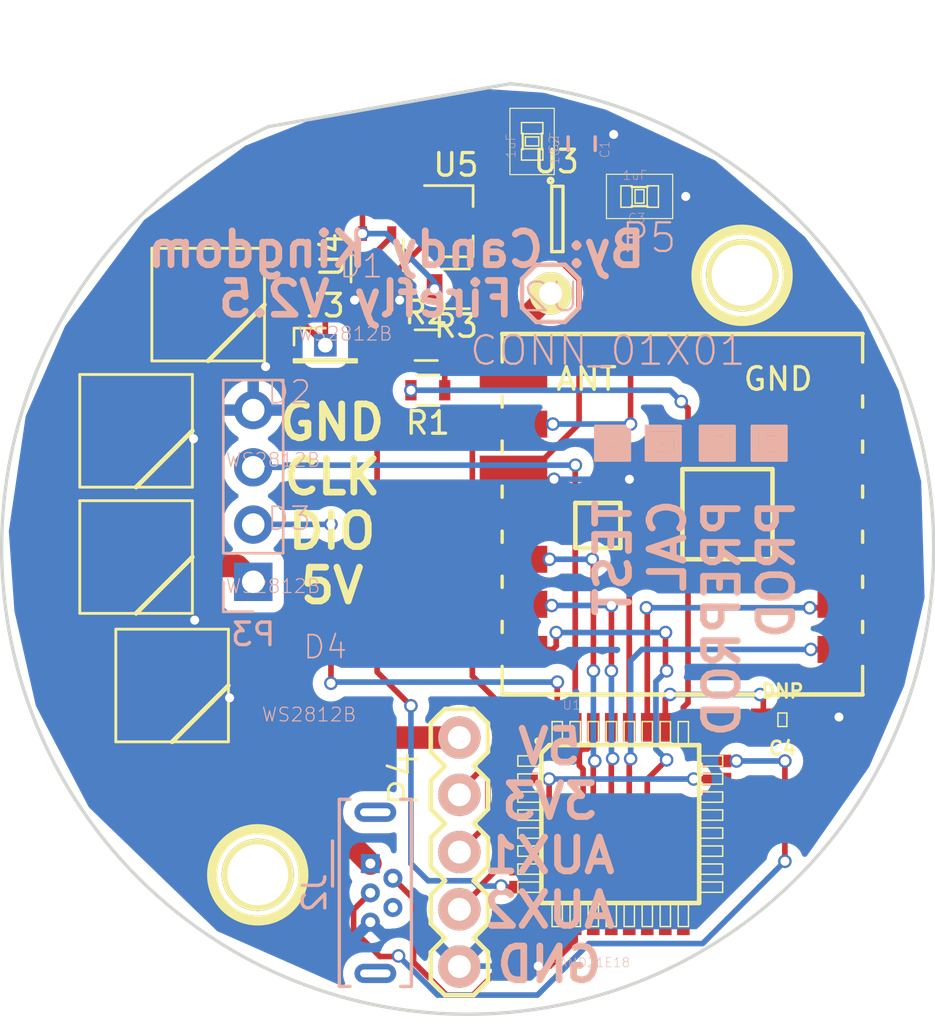
<source format=kicad_pcb>
(kicad_pcb (version 20221018) (generator pcbnew)
  (layers (0 "F.Cu" signal) (31 "B.Cu" signal) (34 "B.Paste" user) (35 "F.Paste" user) (36 "B.SilkS" user "B.Silkscreen") (37 "F.SilkS" user "F.Silkscreen") (38 "B.Mask" user) (39 "F.Mask" user) (44 "Edge.Cuts" user))
  (net 0 "")
  (net 1 "GND")
  (net 2 "+5V")
  (net 3 "+3V3")
  (net 4 "Net-(D1-Pad2)")
  (net 5 "Net-(D2-Pad2)")
  (net 6 "Net-(D3-Pad2)")
  (net 7 "ARM_SWDIO")
  (net 8 "ARM_SWCLK")
  (net 9 "AUX1")
  (net 10 "AUX2")
  (net 11 "ANTENNA")
  (net 12 "LED_INTERNAL")
  (net 13 "RADIO_MISO")
  (net 14 "RADIO_MOSI")
  (net 15 "RADIO_SCK")
  (net 16 "USB_D-")
  (net 17 "RADIO_DIO0")
  (net 18 "RADIO_NSS")
  (net 19 "USB_D+")
  (net 20 "Net-(U2-Pad4)")
  (net 21 "Net-(U2-Pad10)")
  (net 22 "Net-(U2-Pad11)")
  (net 23 "Net-(U2-Pad12)")
  (net 24 "Net-(U2-Pad13)")
  (net 25 "Net-(U3-Pad4)")
  (net 26 "Net-(J2-Pad4)")
  (net 27 "Net-(U1-Pad3)")
  (net 28 "Net-(U1-Pad4)")
  (net 29 "Net-(U1-Pad5)")
  (net 30 "Net-(U1-Pad6)")
  (net 31 "Net-(U1-Pad7)")
  (net 32 "Net-(U1-Pad15)")
  (net 33 "Net-(U1-Pad16)")
  (net 34 "Net-(U1-Pad17)")
  (net 35 "Net-(U1-Pad18)")
  (net 36 "Net-(U1-Pad19)")
  (net 37 "Net-(U1-Pad20)")
  (net 38 "Net-(U1-Pad21)")
  (net 39 "Net-(U1-Pad22)")
  (net 40 "Net-(U1-Pad29)")
  (net 41 "Net-(C4-Pad2)")
  (net 42 "Net-(D1-Pad4)")
  (net 43 "Net-(D4-Pad2)")
  (net 44 "Net-(R1-Pad1)")
  (net 45 "POWER_EATER")
  (net 46 "Net-(R3-Pad1)")
  (footprint "SparkFun-Capacitors:0805" (layer "F.Cu") (at 165.07792 45.559766 -90)
    (fp_text reference "C1")
    (fp_text value "10uF")
  )
  (footprint "SparkFun-Capacitors:0603" (layer "F.Cu") (at 162.87792 45.459766 -90)
    (fp_text reference "C2")
    (fp_text value "1uF")
  )
  (footprint "SparkFun-Capacitors:0603" (layer "F.Cu") (at 167.64836 47.9 180)
    (fp_text reference "C3")
    (fp_text value "1uF")
  )
  (footprint "SparkFun-Connectors:1X01" (layer "F.Cu") (at 163.7 52.2)
    (fp_text reference "P5")
    (fp_text value "CONN_01X01")
  )
  (footprint "TO_SOT_Packages_SMD:SOT-23-5" (layer "F.Cu") (at 164 48.9)
    (fp_text reference "U3")
    (fp_text value "MIC5504")
  )
  (footprint "homebrew:hole-m2.5" (layer "F.Cu") (at 150.7 78)
    (fp_text reference "H1")
    (fp_text value "hole")
  )
  (footprint "homebrew:hole-m2.5" (layer "F.Cu") (at 172.2 51.4)
    (fp_text reference "H2")
    (fp_text value "hole")
  )
  (footprint "homebrew:WS2812B" (layer "F.Cu") (at 148.5 52.7)
    (fp_text reference "D1")
    (fp_text value "WS2812B")
  )
  (footprint "homebrew:WS2812B" (layer "F.Cu") (at 145.3 58.3)
    (fp_text reference "D2")
    (fp_text value "WS2812B")
  )
  (footprint "homebrew:WS2812B" (layer "F.Cu") (at 145.3 63.9)
    (fp_text reference "D3")
    (fp_text value "WS2812B")
  )
  (footprint "homebrew:WS2812B" (layer "F.Cu") (at 146.9 69.6)
    (fp_text reference "D4")
    (fp_text value "WS2812B")
  )
  (footprint "Pin_Headers:Pin_Header_Straight_1x01_Pitch1.27mm" (layer "F.Cu") (at 153.7 54.5)
    (fp_text reference "J3")
    (fp_text value "CONN_01X01" hide)
  )
  (footprint "homebrew:RFM69CW" (layer "F.Cu") (at 169.55 62)
    (fp_text reference "U2")
    (fp_text value "RFM69CW" hide)
  )
  (footprint "homebrew:TQFP32-08" (layer "F.Cu") (at 166.7926 75.74878)
    (fp_text reference "U1")
    (fp_text value "SAMD21E18")
  )
  (footprint "SparkFun-Capacitors:0603" (layer "F.Cu") (at 173.99 71.12 180)
    (fp_text reference "C4")
    (fp_text value "DNP")
  )
  (footprint "TO_SOT_Packages_SMD:SOT-353_SC-70-5" (layer "F.Cu") (at 156 50.5 90)
    (fp_text reference "U4")
    (fp_text value "74LVC1G125")
  )
  (footprint "Resistors_SMD:R_0603" (layer "F.Cu") (at 158.25 56.5 180)
    (fp_text reference "R1")
    (fp_text value "470")
  )
  (footprint "Resistors_SMD:R_0603" (layer "F.Cu") (at 158.178572 54.5)
    (fp_text reference "R2")
    (fp_text value "10k")
  )
  (footprint "Resistors_SMD:R_0805" (layer "F.Cu") (at 159.5 52 180)
    (fp_text reference "R3")
    (fp_text value "20")
  )
  (footprint "TO_SOT_Packages_SMD:SOT-23" (layer "F.Cu") (at 159.5 49)
    (fp_text reference "U5")
    (fp_text value "MOSFET")
  )
  (footprint "SparkFun-Connectors:1X05" (layer "B.Cu") (at 159.65 71.91 -90)
    (fp_text reference "P4")
    (fp_text value "CONN_01X05" hide)
  )
  (footprint "Connector_USB:USB_Micro-B_Wuerth-614105150721_Vertical" (layer "B.Cu") (at 155.7 77.5 -90)
    (fp_text reference "J2")
    (fp_text value "614105150721")
  )
  (footprint "Pin_Headers:Pin_Header_Straight_1x04_Pitch2.54mm" (layer "B.Cu") (at 150.5 65)
    (fp_text reference "P3")
    (fp_text value "CONN_01X04")
  )
  (gr_line (start 173 59.3) (end 173.85 59.3) (stroke (width 0.15)) (layer "B.SilkS"))
  (gr_line (start 171.45 58.45) (end 170.95 58.45) (stroke (width 0.15)) (layer "B.SilkS"))
  (gr_line (start 173.85 58.45) (end 173.15 58.45) (stroke (width 0.15)) (layer "B.SilkS"))
  (gr_line (start 169.45 59.6) (end 169.45 58.1) (stroke (width 0.15)) (layer "B.SilkS"))
  (gr_line (start 172.75 59.5) (end 174.05 59.5) (stroke (width 0.15)) (layer "B.SilkS"))
  (gr_line (start 170.35 58.1) (end 170.35 59.6) (stroke (width 0.15)) (layer "B.SilkS"))
  (gr_line (start 169 58.6) (end 169 59.15) (stroke (width 0.15)) (layer "B.SilkS"))
  (gr_line (start 167.95 59.6) (end 169.45 59.6) (stroke (width 0.15)) (layer "B.SilkS"))
  (gr_line (start 167.1 58.25) (end 167.1 59.5) (stroke (width 0.15)) (layer "B.SilkS"))
  (gr_line (start 173.35 58.7) (end 173.35 58.9) (stroke (width 0.15)) (layer "B.SilkS"))
  (gr_line (start 171.85 58.1) (end 170.35 58.1) (stroke (width 0.15)) (layer "B.SilkS"))
  (gr_line (start 171.05 58.85) (end 171.15 58.85) (stroke (width 0.15)) (layer "B.SilkS"))
  (gr_line (start 166.7 59.05) (end 166.7 59.1) (stroke (width 0.15)) (layer "B.SilkS"))
  (gr_line (start 166.7 58.65) (end 166.7 59.05) (stroke (width 0.15)) (layer "B.SilkS"))
  (gr_line (start 172.75 58.2) (end 172.75 59.5) (stroke (width 0.15)) (layer "B.SilkS"))
  (gr_line (start 170.95 59) (end 171.25 59) (stroke (width 0.15)) (layer "B.SilkS"))
  (gr_line (start 165.8 58.25) (end 167.1 58.25) (stroke (width 0.15)) (layer "B.SilkS"))
  (gr_line (start 173.15 58.45) (end 173.15 59.15) (stroke (width 0.15)) (layer "B.SilkS"))
  (gr_line (start 173.65 59.05) (end 173.65 58.7) (stroke (width 0.15)) (layer "B.SilkS"))
  (gr_line (start 165.7 58.1) (end 165.7 59.6) (stroke (width 0.15)) (layer "B.SilkS"))
  (gr_line (start 173.25 59) (end 173.25 59.05) (stroke (width 0.15)) (layer "B.SilkS"))
  (gr_line (start 166.9 59.3) (end 166 59.3) (stroke (width 0.15)) (layer "B.SilkS"))
  (gr_line (start 165.7 59.6) (end 167.2 59.6) (stroke (width 0.15)) (layer "B.SilkS"))
  (gr_line (start 169.25 59.4) (end 168.15 59.4) (stroke (width 0.15)) (layer "B.SilkS"))
  (gr_line (start 174.05 58.2) (end 172.85 58.2) (stroke (width 0.15)) (layer "B.SilkS"))
  (gr_line (start 173.85 59.3) (end 173.85 58.45) (stroke (width 0.15)) (layer "B.SilkS"))
  (gr_line (start 166.9 58.45) (end 166.9 59.3) (stroke (width 0.15)) (layer "B.SilkS"))
  (gr_line (start 168.1 58.25) (end 169.35 58.25) (stroke (width 0.15)) (layer "B.SilkS"))
  (gr_line (start 166.6 58.95) (end 166.3 58.95) (stroke (width 0.15)) (layer "B.SilkS"))
  (gr_line (start 169.05 59.3) (end 168.25 59.3) (stroke (width 0.15)) (layer "B.SilkS"))
  (gr_line (start 174.05 59.5) (end 174.05 58.2) (stroke (width 0.15)) (layer "B.SilkS"))
  (gr_line (start 166.1 59.2) (end 166.1 58.65) (stroke (width 0.15)) (layer "B.SilkS"))
  (gr_line (start 170.95 58.45) (end 170.85 58.45) (stroke (width 0.15)) (layer "B.SilkS"))
  (gr_line (start 171.55 59.3) (end 171.55 58.4) (stroke (width 0.15)) (layer "B.SilkS"))
  (gr_line (start 169 59.15) (end 168.35 59.15) (stroke (width 0.15)) (layer "B.SilkS"))
  (gr_line (start 174.15 58.1) (end 172.65 58.1) (stroke (width 0.15)) (layer "B.SilkS"))
  (gr_line (start 168.45 59.05) (end 168.45 58.8) (stroke (width 0.15)) (layer "B.SilkS"))
  (gr_line (start 167.1 59.5) (end 165.8 59.5) (stroke (width 0.15)) (layer "B.SilkS"))
  (gr_line (start 166.1 58.65) (end 166.7 58.65) (stroke (width 0.15)) (layer "B.SilkS"))
  (gr_line (start 166.8 59.2) (end 166.1 59.2) (stroke (width 0.15)) (layer "B.SilkS"))
  (gr_line (start 170.45 58.2) (end 170.45 59.5) (stroke (width 0.15)) (layer "B.SilkS"))
  (gr_line (start 167.2 58.1) (end 165.7 58.1) (stroke (width 0.15)) (layer "B.SilkS"))
  (gr_line (start 170.85 59.1) (end 171.35 59.1) (stroke (width 0.15)) (layer "B.SilkS"))
  (gr_line (start 170.65 58.3) (end 170.65 59.3) (stroke (width 0.15)) (layer "B.SilkS"))
  (gr_line (start 170.45 59.5) (end 171.75 59.5) (stroke (width 0.15)) (layer "B.SilkS"))
  (gr_line (start 170.35 59.6) (end 171.85 59.6) (stroke (width 0.15)) (layer "B.SilkS"))
  (gr_line (start 166.8 58.55) (end 166.8 59.2) (stroke (width 0.15)) (layer "B.SilkS"))
  (gr_line (start 165.9 58.45) (end 166.9 58.45) (stroke (width 0.15)) (layer "B.SilkS"))
  (gr_line (start 169.35 58.25) (end 169.35 59.5) (stroke (width 0.15)) (layer "B.SilkS"))
  (gr_line (start 169.1 58.5) (end 169.1 59.25) (stroke (width 0.15)) (layer "B.SilkS"))
  (gr_line (start 170.85 58.45) (end 170.85 59.1) (stroke (width 0.15)) (layer "B.SilkS"))
  (gr_line (start 169.2 58.5) (end 169.1 58.5) (stroke (width 0.15)) (layer "B.SilkS"))
  (gr_line (start 173.25 59.05) (end 173.65 59.05) (stroke (width 0.15)) (layer "B.SilkS"))
  (gr_line (start 168.15 58.5) (end 169.2 58.5) (stroke (width 0.15)) (layer "B.SilkS"))
  (gr_line (start 173.35 58.9) (end 173.35 58.95) (stroke (width 0.15)) (layer "B.SilkS"))
  (gr_line (start 171.65 58.3) (end 170.65 58.3) (stroke (width 0.15)) (layer "B.SilkS"))
  (gr_line (start 171.25 59) (end 171.25 58.7) (stroke (width 0.15)) (layer "B.SilkS"))
  (gr_line (start 168.9 59.05) (end 168.45 59.05) (stroke (width 0.15)) (layer "B.SilkS"))
  (gr_line (start 165.8 59.5) (end 165.8 58.35) (stroke (width 0.15)) (layer "B.SilkS"))
  (gr_line (start 173.1 59.2) (end 173.1 58.3) (stroke (width 0.15)) (layer "B.SilkS"))
  (gr_line (start 173.55 58.8) (end 173.45 58.8) (stroke (width 0.15)) (layer "B.SilkS"))
  (gr_line (start 168.05 59.5) (end 168.05 58.25) (stroke (width 0.15)) (layer "B.SilkS"))
  (gr_line (start 168.8 58.95) (end 168.6 58.95) (stroke (width 0.15)) (layer "B.SilkS"))
  (gr_line (start 173.55 58.95) (end 173.55 58.8) (stroke (width 0.15)) (layer "B.SilkS"))
  (gr_line (start 171.05 58.7) (end 171.05 58.85) (stroke (width 0.15)) (layer "B.SilkS"))
  (gr_line (start 169.15 59.3) (end 169.05 59.25) (stroke (width 0.15)) (layer "B.SilkS"))
  (gr_line (start 166.2 59.1) (end 166.2 58.75) (stroke (width 0.15)) (layer "B.SilkS"))
  (gr_line (start 174.15 59.6) (end 174.15 58.1) (stroke (width 0.15)) (layer "B.SilkS"))
  (gr_line (start 173.25 58.6) (end 173.25 59) (stroke (width 0.15)) (layer "B.SilkS"))
  (gr_line (start 166 59.3) (end 166 58.55) (stroke (width 0.15)) (layer "B.SilkS"))
  (gr_line (start 168.9 58.7) (end 168.9 59.05) (stroke (width 0.15)) (layer "B.SilkS"))
  (gr_line (start 167.95 58.1) (end 167.95 59.6) (stroke (width 0.15)) (layer "B.SilkS"))
  (gr_line (start 172.65 59.6) (end 174.15 59.6) (stroke (width 0.15)) (layer "B.SilkS"))
  (gr_line (start 170.65 59.3) (end 171.55 59.3) (stroke (width 0.15)) (layer "B.SilkS"))
  (gr_line (start 171.35 58.6) (end 170.95 58.6) (stroke (width 0.15)) (layer "B.SilkS"))
  (gr_line (start 171.25 58.7) (end 171.05 58.7) (stroke (width 0.15)) (layer "B.SilkS"))
  (gr_line (start 173.35 58.95) (end 173.55 58.95) (stroke (width 0.15)) (layer "B.SilkS"))
  (gr_line (start 168.05 58.4) (end 169.3 58.4) (stroke (width 0.15)) (layer "B.SilkS"))
  (gr_line (start 173.95 58.3) (end 173 58.3) (stroke (width 0.15)) (layer "B.SilkS"))
  (gr_line (start 169.25 58.4) (end 169.25 59.4) (stroke (width 0.15)) (layer "B.SilkS"))
  (gr_line (start 166.3 58.85) (end 166.5 58.85) (stroke (width 0.15)) (layer "B.SilkS"))
  (gr_line (start 165.9 59.4) (end 165.9 58.45) (stroke (width 0.15)) (layer "B.SilkS"))
  (gr_line (start 172.85 59.4) (end 173.95 59.4) (stroke (width 0.15)) (layer "B.SilkS"))
  (gr_line (start 171.55 58.4) (end 170.75 58.4) (stroke (width 0.15)) (layer "B.SilkS"))
  (gr_line (start 168.15 59.4) (end 168.15 58.5) (stroke (width 0.15)) (layer "B.SilkS"))
  (gr_line (start 168.45 58.8) (end 168.8 58.8) (stroke (width 0.15)) (layer "B.SilkS"))
  (gr_line (start 169.1 59.25) (end 169.15 59.3) (stroke (width 0.15)) (layer "B.SilkS"))
  (gr_line (start 168.6 58.95) (end 168.55 58.9) (stroke (width 0.15)) (layer "B.SilkS"))
  (gr_line (start 170.75 58.4) (end 170.75 59.2) (stroke (width 0.15)) (layer "B.SilkS"))
  (gr_line (start 171.85 59.6) (end 171.85 58.1) (stroke (width 0.15)) (layer "B.SilkS"))
  (gr_line (start 173.45 58.8) (end 173.45 58.9) (stroke (width 0.15)) (layer "B.SilkS"))
  (gr_line (start 173.65 58.7) (end 173.35 58.7) (stroke (width 0.15)) (layer "B.SilkS"))
  (gr_line (start 173.95 59.4) (end 173.95 58.3) (stroke (width 0.15)) (layer "B.SilkS"))
  (gr_line (start 171.45 59.2) (end 171.45 58.45) (stroke (width 0.15)) (layer "B.SilkS"))
  (gr_line (start 166.6 59.1) (end 166.2 59.1) (stroke (width 0.15)) (layer "B.SilkS"))
  (gr_line (start 166.3 58.95) (end 166.3 58.85) (stroke (width 0.15)) (layer "B.SilkS"))
  (gr_line (start 169.35 59.5) (end 168.05 59.5) (stroke (width 0.15)) (layer "B.SilkS"))
  (gr_line (start 173.15 59.15) (end 173.75 59.15) (stroke (width 0.15)) (layer "B.SilkS"))
  (gr_line (start 166.55 58.75) (end 166.6 58.75) (stroke (width 0.15)) (layer "B.SilkS"))
  (gr_line (start 173.45 58.9) (end 173.1 59.2) (stroke (width 0.15)) (layer "B.SilkS"))
  (gr_line (start 170.55 59.4) (end 171.65 59.4) (stroke (width 0.15)) (layer "B.SilkS"))
  (gr_line (start 171.15 58.85) (end 171.15 58.95) (stroke (width 0.15)) (layer "B.SilkS"))
  (gr_line (start 167 58.35) (end 167 59.4) (stroke (width 0.15)) (layer "B.SilkS"))
  (gr_line (start 169.3 58.4) (end 169.25 58.4) (stroke (width 0.15)) (layer "B.SilkS"))
  (gr_line (start 171.75 58.2) (end 170.55 58.2) (stroke (width 0.15)) (layer "B.SilkS"))
  (gr_line (start 166 58.55) (end 166.8 58.55) (stroke (width 0.15)) (layer "B.SilkS"))
  (gr_line (start 166.5 58.85) (end 166.6 58.85) (stroke (width 0.15)) (layer "B.SilkS"))
  (gr_line (start 171.75 59.5) (end 171.75 58.2) (stroke (width 0.15)) (layer "B.SilkS"))
  (gr_line (start 169.45 58.1) (end 167.95 58.1) (stroke (width 0.15)) (layer "B.SilkS"))
  (gr_line (start 168.25 58.6) (end 169 58.6) (stroke (width 0.15)) (layer "B.SilkS"))
  (gr_line (start 169.05 59.25) (end 169.05 59.3) (stroke (width 0.15)) (layer "B.SilkS"))
  (gr_line (start 172.65 58.1) (end 172.65 59.6) (stroke (width 0.15)) (layer "B.SilkS"))
  (gr_line (start 165.8 58.35) (end 167 58.35) (stroke (width 0.15)) (layer "B.SilkS"))
  (gr_line (start 172.85 58.2) (end 172.85 59.4) (stroke (width 0.15)) (layer "B.SilkS"))
  (gr_line (start 170.95 58.6) (end 170.95 59) (stroke (width 0.15)) (layer "B.SilkS"))
  (gr_line (start 166.2 58.75) (end 166.55 58.75) (stroke (width 0.15)) (layer "B.SilkS"))
  (gr_line (start 167 59.4) (end 165.9 59.4) (stroke (width 0.15)) (layer "B.SilkS"))
  (gr_line (start 170.75 59.2) (end 171.45 59.2) (stroke (width 0.15)) (layer "B.SilkS"))
  (gr_line (start 168.05 58.25) (end 168.05 58.4) (stroke (width 0.15)) (layer "B.SilkS"))
  (gr_line (start 171.35 59.1) (end 171.35 58.6) (stroke (width 0.15)) (layer "B.SilkS"))
  (gr_line (start 168.25 59.3) (end 168.25 58.6) (stroke (width 0.15)) (layer "B.SilkS"))
  (gr_line (start 167.2 59.6) (end 167.2 58.1) (stroke (width 0.15)) (layer "B.SilkS"))
  (gr_line (start 166.6 58.75) (end 166.6 58.95) (stroke (width 0.15)) (layer "B.SilkS"))
  (gr_line (start 170.55 58.2) (end 170.55 59.4) (stroke (width 0.15)) (layer "B.SilkS"))
  (gr_line (start 168.35 59.15) (end 168.35 58.7) (stroke (width 0.15)) (layer "B.SilkS"))
  (gr_line (start 168.35 58.7) (end 168.9 58.7) (stroke (width 0.15)) (layer "B.SilkS"))
  (gr_line (start 173 58.3) (end 173 59.3) (stroke (width 0.15)) (layer "B.SilkS"))
  (gr_line (start 173.75 58.6) (end 173.25 58.6) (stroke (width 0.15)) (layer "B.SilkS"))
  (gr_line (start 168.8 58.8) (end 168.8 58.95) (stroke (width 0.15)) (layer "B.SilkS"))
  (gr_line (start 171.65 59.4) (end 171.65 58.3) (stroke (width 0.15)) (layer "B.SilkS"))
  (gr_line (start 173.75 59.15) (end 173.75 58.6) (stroke (width 0.15)) (layer "B.SilkS"))
  (gr_line (start 161.9 42.9) (end 151.2 44.8) (stroke (width 0.15)) (layer "Edge.Cuts"))
  (gr_arc (start 161.9 42.9) (mid 163.624643 83.869118) (end 151.184573 44.796267) (stroke (width 0.15)) (layer "Edge.Cuts"))
  (gr_text "TEST\nCAL\nPREPROD\nPROD" (at 170.1 61.2 90) (layer "B.SilkS") (effects (font (size 1.5 1.5) (thickness 0.3)) (justify left mirror)))
  (gr_text "5V\n3V3\nAUX1\nAUX2\nGND" (at 163.65 77.15) (layer "B.SilkS") (effects (font (size 1.5 1.5) (thickness 0.3)) (justify mirror)))
  (gr_text "By: Candy Kingdom" (at 156.85 50.25) (layer "B.SilkS") (effects (font (size 1.5 1.5) (thickness 0.3)) (justify mirror)))
  (gr_text "Firefly V2.5" (at 155.5 52.45) (layer "B.SilkS") (effects (font (size 1.5 1.5) (thickness 0.3)) (justify mirror)))
  (gr_text "GND\nCLK\nDIO\n5V" (at 154 61.55) (layer "F.SilkS") (effects (font (size 1.5 1.5) (thickness 0.3))))
  (segment (start 151.07556 55.42444) (end 151.05 55.45) (width 0.25) (layer "F.Cu") (net 1))
  (segment (start 164.79362 80.92638) (end 163.67 82.05) (width 0.25) (layer "F.Cu") (net 1))
  (segment (start 164.964801 57.988569) (end 164.964801 51.592895) (width 0.25) (layer "F.Cu") (net 1))
  (segment (start 162.044999 50.435001) (end 162.044999 48.975001) (width 0.25) (layer "F.Cu") (net 1))
  (segment (start 147.87556 65.49766) (end 147.87556 66.67556) (width 0.25) (layer "F.Cu") (net 1))
  (segment (start 166.5 45.15) (end 166.95 45.15) (width 0.25) (layer "F.Cu") (net 1))
  (segment (start 147.87556 59.89766) (end 148.20195 59.89766) (width 0.25) (layer "F.Cu") (net 1))
  (segment (start 163.85 60.45) (end 162.5009 60.45) (width 0.25) (layer "F.Cu") (net 1))
  (segment (start 147.87556 59.89766) (end 147.87556 58.67556) (width 0.25) (layer "F.Cu") (net 1))
  (segment (start 166.95 45.15) (end 169.7 47.9) (width 0.25) (layer "F.Cu") (net 1))
  (segment (start 161.15149 60.00102) (end 162.05192 60.00102) (width 0.25) (layer "F.Cu") (net 1))
  (segment (start 149.47556 71.19766) (end 149.47556 70.17556) (width 0.25) (layer "F.Cu") (net 1))
  (segment (start 165.07792 44.660606) (end 166.010606 44.660606) (width 0.25) (layer "F.Cu") (net 1))
  (segment (start 162.109999 50.500001) (end 162.044999 50.435001) (width 0.25) (layer "F.Cu") (net 1))
  (segment (start 163.871907 50.500001) (end 162.109999 50.500001) (width 0.25) (layer "F.Cu") (net 1))
  (segment (start 151.07556 54.29766) (end 151.07556 55.42444) (width 0.25) (layer "F.Cu") (net 1))
  (segment (start 162.5009 60.45) (end 162.05192 60.00102) (width 0.25) (layer "F.Cu") (net 1))
  (segment (start 162.044999 48.975001) (end 162.12 48.9) (width 0.25) (layer "F.Cu") (net 1))
  (segment (start 175.29821 56.00052) (end 177.04808 56.00052) (width 0.25) (layer "F.Cu") (net 1))
  (segment (start 155.35 51.45) (end 155.35 52.15) (width 0.25) (layer "F.Cu") (net 1))
  (segment (start 155.35 52.15) (end 155 52.5) (width 0.25) (layer "F.Cu") (net 1))
  (segment (start 167.19138 71.45618) (end 167.19138 60.45862) (width 0.25) (layer "F.Cu") (net 1))
  (segment (start 158.15 49.95) (end 156.65 51.45) (width 0.25) (layer "F.Cu") (net 1))
  (segment (start 147.87556 58.67556) (end 147.85 58.65) (width 0.25) (layer "F.Cu") (net 1))
  (segment (start 148.20195 65.49766) (end 147.87556 65.49766) (width 0.25) (layer "F.Cu") (net 1))
  (segment (start 149.47556 71.19766) (end 149.80195 71.19766) (width 0.25) (layer "F.Cu") (net 1))
  (segment (start 167.19138 60.45862) (end 167.2 60.45) (width 0.25) (layer "F.Cu") (net 1))
  (segment (start 157 52.5) (end 157 54.071428) (width 0.25) (layer "F.Cu") (net 1))
  (segment (start 147.87556 66.67556) (end 147.9 66.7) (width 0.25) (layer "F.Cu") (net 1))
  (segment (start 162.12 48.9) (end 162.9 48.9) (width 0.25) (layer "F.Cu") (net 1))
  (segment (start 169.7 47.9) (end 169.7 51.749002) (width 0.25) (layer "F.Cu") (net 1))
  (segment (start 164.964801 51.592895) (end 163.871907 50.500001) (width 0.25) (layer "F.Cu") (net 1))
  (segment (start 169.7 51.749002) (end 173.951518 56.00052) (width 0.25) (layer "F.Cu") (net 1))
  (segment (start 147.98234 59.89766) (end 147.87556 59.89766) (width 0.25) (layer "F.Cu") (net 1))
  (segment (start 176.38 71.12) (end 176.5 71) (width 0.25) (layer "F.Cu") (net 1))
  (segment (start 165.02872 44.611406) (end 165.07792 44.660606) (width 1) (layer "F.Cu") (net 1))
  (segment (start 157 54.071428) (end 157.428572 54.5) (width 0.25) (layer "F.Cu") (net 1))
  (segment (start 173.951518 56.00052) (end 175.29821 56.00052) (width 0.25) (layer "F.Cu") (net 1))
  (segment (start 149.47556 70.17556) (end 149.45 70.15) (width 0.25) (layer "F.Cu") (net 1))
  (segment (start 162.9 48.9) (end 162.409998 48.9) (width 0.25) (layer "F.Cu") (net 1))
  (segment (start 156.65 52.15) (end 157 52.5) (width 0.25) (layer "F.Cu") (net 1))
  (segment (start 155.7 80.1) (end 155.85 80.1) (width 0.25) (layer "F.Cu") (net 1))
  (segment (start 163.67 82.05) (end 163.15 82.05) (width 0.25) (layer "F.Cu") (net 1))
  (segment (start 158.5 49.95) (end 158.15 49.95) (width 0.25) (layer "F.Cu") (net 1))
  (segment (start 168.49672 47.9) (end 169.7 47.9) (width 0.25) (layer "F.Cu") (net 1))
  (segment (start 162.95235 60.00102) (end 164.964801 57.988569) (width 0.25) (layer "F.Cu") (net 1))
  (segment (start 166.010606 44.660606) (end 166.5 45.15) (width 0.25) (layer "F.Cu") (net 1))
  (segment (start 164.79362 80.04138) (end 164.79362 80.92638) (width 0.25) (layer "F.Cu") (net 1))
  (segment (start 162.05192 60.00102) (end 162.95235 60.00102) (width 0.25) (layer "F.Cu") (net 1))
  (segment (start 162.87792 44.611406) (end 165.02872 44.611406) (width 1) (layer "F.Cu") (net 1))
  (segment (start 174.83836 71.12) (end 176.38 71.12) (width 0.25) (layer "F.Cu") (net 1))
  (segment (start 162.92712 44.660606) (end 162.87792 44.611406) (width 0.25) (layer "F.Cu") (net 1))
  (segment (start 156.65 51.45) (end 156.65 52.15) (width 0.25) (layer "F.Cu") (net 1))
  (via (at 155 52.5) (size 0.6) (drill 0.4) (layers "F.Cu" "B.Cu") (net 1))
  (via (at 151.05 55.45) (size 0.6) (drill 0.4) (layers "F.Cu" "B.Cu") (net 1))
  (via (at 147.85 58.65) (size 0.6) (drill 0.4) (layers "F.Cu" "B.Cu") (net 1))
  (via (at 163.15 82.05) (size 0.6) (drill 0.4) (layers "F.Cu" "B.Cu") (net 1))
  (via (at 166.5 45.15) (size 0.6) (drill 0.4) (layers "F.Cu" "B.Cu") (net 1))
  (via (at 169.7 47.9) (size 0.6) (drill 0.4) (layers "F.Cu" "B.Cu") (net 1))
  (via (at 147.9 66.7) (size 0.6) (drill 0.4) (layers "F.Cu" "B.Cu") (net 1))
  (via (at 167.2 60.45) (size 0.6) (drill 0.4) (layers "F.Cu" "B.Cu") (net 1))
  (via (at 176.5 71) (size 0.6) (drill 0.4) (layers "F.Cu" "B.Cu") (net 1))
  (via (at 149.45 70.15) (size 0.6) (drill 0.4) (layers "F.Cu" "B.Cu") (net 1))
  (via (at 157 52.5) (size 0.6) (drill 0.4) (layers "F.Cu" "B.Cu") (net 1))
  (via (at 163.85 60.45) (size 0.6) (drill 0.4) (layers "F.Cu" "B.Cu") (net 1))
  (segment (start 159.67 82.05) (end 159.65 82.07) (width 0.25) (layer "B.Cu") (net 1))
  (segment (start 156.119999 80.519999) (end 158.099999 80.519999) (width 0.25) (layer "B.Cu") (net 1))
  (segment (start 158.099999 80.519999) (end 158.710201 81.130201) (width 0.25) (layer "B.Cu") (net 1))
  (segment (start 166.775736 60.45) (end 163.85 60.45) (width 0.25) (layer "B.Cu") (net 1))
  (segment (start 155.7 80.1) (end 156.119999 80.519999) (width 0.25) (layer "B.Cu") (net 1))
  (segment (start 163.15 82.05) (end 159.67 82.05) (width 0.25) (layer "B.Cu") (net 1))
  (segment (start 167.2 60.45) (end 166.775736 60.45) (width 0.25) (layer "B.Cu") (net 1))
  (segment (start 158.710201 81.130201) (end 159.65 82.07) (width 0.25) (layer "B.Cu") (net 1))
  (segment (start 155.35 47.458126) (end 156.5 46.308126) (width 0.25) (layer "F.Cu") (net 2))
  (segment (start 163.68 47.95) (end 162.9 47.95) (width 0.25) (layer "F.Cu") (net 2))
  (segment (start 142.49894 68.00234) (end 144.32444 68.00234) (width 1) (layer "F.Cu") (net 2))
  (segment (start 163.68 49.85) (end 163.755001 49.774999) (width 0.25) (layer "F.Cu") (net 2))
  (segment (start 164.92712 46.308126) (end 165.07792 46.458926) (width 1) (layer "F.Cu") (net 2))
  (segment (start 142.72444 62.30234) (end 144.54994 62.30234) (width 1) (layer "F.Cu") (net 2))
  (segment (start 156.5 46.308126) (end 162.87792 46.308126) (width 1) (layer "F.Cu") (net 2))
  (segment (start 141.198939 66.702339) (end 142.49894 68.00234) (width 1) (layer "F.Cu") (net 2))
  (segment (start 158.320923 71.91) (end 159.65 71.91) (width 1) (layer "F.Cu") (net 2))
  (segment (start 145.92444 51.10234) (end 146.25083 51.10234) (width 1) (layer "F.Cu") (net 2))
  (segment (start 162.9 49.85) (end 163.68 49.85) (width 0.25) (layer "F.Cu") (net 2))
  (segment (start 142.72444 54.30234) (end 145.92444 51.10234) (width 1) (layer "F.Cu") (net 2))
  (segment (start 142.798939 72.256771) (end 144.142168 73.6) (width 1) (layer "F.Cu") (net 2))
  (segment (start 152.544154 46.308126) (end 156.5 46.308126) (width 1) (layer "F.Cu") (net 2))
  (segment (start 142.72444 62.30234) (end 142.39805 62.30234) (width 1) (layer "F.Cu") (net 2))
  (segment (start 152.2 73.6) (end 152.2 74) (width 1) (layer "F.Cu") (net 2))
  (segment (start 142.39805 62.30234) (end 141.198939 63.501451) (width 1) (layer "F.Cu") (net 2))
  (segment (start 142.798939 70.198939) (end 142.798939 72.256771) (width 1) (layer "F.Cu") (net 2))
  (segment (start 162.769794 46.2) (end 162.87792 46.308126) (width 1) (layer "F.Cu") (net 2))
  (segment (start 149.798549 64.298549) (end 150.5 65) (width 1) (layer "F.Cu") (net 2))
  (segment (start 162.824999 47.874999) (end 162.9 47.874999) (width 1) (layer "F.Cu") (net 2))
  (segment (start 150.870923 73.6) (end 152.2 73.6) (width 1) (layer "F.Cu") (net 2))
  (segment (start 162.72712 46.458926) (end 162.87792 46.308126) (width 1) (layer "F.Cu") (net 2))
  (segment (start 145.92444 51.10234) (end 147.74994 51.10234) (width 1) (layer "F.Cu") (net 2))
  (segment (start 162.87792 47.858036) (end 162.894883 47.874999) (width 1) (layer "F.Cu") (net 2))
  (segment (start 163.755001 48.025001) (end 163.68 47.95) (width 0.25) (layer "F.Cu") (net 2))
  (segment (start 141.198939 63.501451) (end 141.198939 66.702339) (width 1) (layer "F.Cu") (net 2))
  (segment (start 141.198939 68.598939) (end 142.798939 70.198939) (width 1) (layer "F.Cu") (net 2))
  (segment (start 142.39805 56.70234) (end 140.89894 58.20145) (width 1) (layer "F.Cu") (net 2))
  (segment (start 155.35 49.55) (end 155.35 47.458126) (width 0.25) (layer "F.Cu") (net 2))
  (segment (start 146.546149 64.298549) (end 149.798549 64.298549) (width 1) (layer "F.Cu") (net 2))
  (segment (start 162.87792 46.308126) (end 164.92712 46.308126) (width 1) (layer "F.Cu") (net 2))
  (segment (start 142.72444 56.70234) (end 142.39805 56.70234) (width 1) (layer "F.Cu") (net 2))
  (segment (start 141.198939 66.702339) (end 141.198939 68.598939) (width 1) (layer "F.Cu") (net 2))
  (segment (start 144.142168 73.6) (end 150.870923 73.6) (width 1) (layer "F.Cu") (net 2))
  (segment (start 142.72444 56.70234) (end 142.72444 54.30234) (width 1) (layer "F.Cu") (net 2))
  (segment (start 147.74994 51.10234) (end 152.544154 46.308126) (width 1) (layer "F.Cu") (net 2))
  (segment (start 162.87792 46.308126) (end 162.87792 47.858036) (width 1) (layer "F.Cu") (net 2))
  (segment (start 140.89894 60.80323) (end 142.39805 62.30234) (width 1) (layer "F.Cu") (net 2))
  (segment (start 153.89 71.91) (end 158.320923 71.91) (width 1) (layer "F.Cu") (net 2))
  (segment (start 162.87792 46.308126) (end 162.87792 46.358926) (width 1) (layer "F.Cu") (net 2))
  (segment (start 152.2 74) (end 155.7 77.5) (width 1) (layer "F.Cu") (net 2))
  (segment (start 152.2 73.6) (end 153.89 71.91) (width 1) (layer "F.Cu") (net 2))
  (segment (start 163.755001 49.774999) (end 163.755001 48.025001) (width 0.25) (layer "F.Cu") (net 2))
  (segment (start 144.54994 62.30234) (end 146.546149 64.298549) (width 1) (layer "F.Cu") (net 2))
  (segment (start 140.89894 58.20145) (end 140.89894 60.80323) (width 1) (layer "F.Cu") (net 2))
  (via (at 155.35 49.55) (size 0.6) (drill 0.4) (layers "F.Cu" "B.Cu") (net 2))
  (via (at 158.55 52) (size 0.6) (drill 0.4) (layers "F.Cu" "B.Cu") (net 2))
  (segment (start 158.55 51.7) (end 156.4 49.55) (width 0.25) (layer "B.Cu") (net 2))
  (segment (start 158.55 52) (end 158.55 51.7) (width 0.25) (layer "B.Cu") (net 2))
  (segment (start 156.4 49.55) (end 155.35 49.55) (width 0.25) (layer "B.Cu") (net 2))
  (segment (start 164.974999 73.150001) (end 164.974999 72.95) (width 0.25) (layer "F.Cu") (net 3))
  (segment (start 163.395001 72.345299) (end 161.604999 72.345299) (width 0.25) (layer "F.Cu") (net 3))
  (segment (start 164.974999 72.95) (end 163.999702 72.95) (width 0.25) (layer "F.Cu") (net 3))
  (segment (start 160.227049 69.177347) (end 163.395001 72.345299) (width 0.25) (layer "F.Cu") (net 3))
  (segment (start 165.1 47.95) (end 166.75 47.95) (width 0.25) (layer "F.Cu") (net 3))
  (segment (start 164.974999 72.95) (end 164.974999 72.549999) (width 0.25) (layer "F.Cu") (net 3))
  (segment (start 163.99352 80.04138) (end 163.99352 79.15638) (width 0.25) (layer "F.Cu") (net 3))
  (segment (start 167.25 49.09911) (end 167.25 58) (width 0.25) (layer "F.Cu") (net 3))
  (segment (start 166.75 47.95) (end 166.8 47.9) (width 0.25) (layer "F.Cu") (net 3))
  (segment (start 161.604999 72.345299) (end 159.65 74.300298) (width 0.25) (layer "F.Cu") (net 3))
  (segment (start 161.15149 58.00204) (end 160.227049 58.926481) (width 0.25) (layer "F.Cu") (net 3))
  (segment (start 165.108817 72.416181) (end 165.333021 72.416181) (width 0.25) (layer "F.Cu") (net 3))
  (segment (start 160.227049 58.926481) (end 160.227049 69.177347) (width 0.25) (layer "F.Cu") (net 3))
  (segment (start 165.14371 78.00619) (end 165.14371 73.318712) (width 0.25) (layer "F.Cu") (net 3))
  (segment (start 165.59372 72.155482) (end 165.59372 71.45618) (width 0.25) (layer "F.Cu") (net 3))
  (segment (start 163.99352 79.15638) (end 165.14371 78.00619) (width 0.25) (layer "F.Cu") (net 3))
  (segment (start 165.14371 73.318712) (end 164.974999 73.150001) (width 0.25) (layer "F.Cu") (net 3))
  (segment (start 165.333021 72.416181) (end 165.59372 72.155482) (width 0.25) (layer "F.Cu") (net 3))
  (segment (start 162.05396 58) (end 162.05192 58.00204) (width 0.25) (layer "F.Cu") (net 3))
  (segment (start 163.00235 58.40204) (end 162.10192 58.40204) (width 0.25) (layer "F.Cu") (net 3))
  (segment (start 166.8 48.64911) (end 167.25 49.09911) (width 0.25) (layer "F.Cu") (net 3))
  (segment (start 164.974999 72.549999) (end 165.108817 72.416181) (width 0.25) (layer "F.Cu") (net 3))
  (segment (start 166.8 47.9) (end 166.8 48.64911) (width 0.25) (layer "F.Cu") (net 3))
  (segment (start 159.65 74.300298) (end 159.65 74.45) (width 0.25) (layer "F.Cu") (net 3))
  (segment (start 163.999702 72.95) (end 163.395001 72.345299) (width 0.25) (layer "F.Cu") (net 3))
  (segment (start 163.8 58) (end 162.05396 58) (width 0.25) (layer "F.Cu") (net 3))
  (segment (start 162.05192 58.00204) (end 161.15149 58.00204) (width 0.25) (layer "F.Cu") (net 3))
  (segment (start 162.10192 58.40204) (end 161.20149 58.40204) (width 0.25) (layer "F.Cu") (net 3))
  (via (at 167.25 58) (size 0.6) (drill 0.4) (layers "F.Cu" "B.Cu") (net 3))
  (via (at 163.8 58) (size 0.6) (drill 0.4) (layers "F.Cu" "B.Cu") (net 3))
  (segment (start 167.25 58) (end 163.8 58) (width 0.25) (layer "B.Cu") (net 3))
  (segment (start 146.21999 54.29766) (end 145.92444 54.29766) (width 0.25) (layer "F.Cu") (net 4))
  (segment (start 147.87556 55.95323) (end 146.21999 54.29766) (width 0.25) (layer "F.Cu") (net 4))
  (segment (start 147.87556 56.70234) (end 147.87556 55.95323) (width 0.25) (layer "F.Cu") (net 4))
  (segment (start 145.47088 59.89766) (end 147.87556 62.30234) (width 0.25) (layer "F.Cu") (net 5))
  (segment (start 142.72444 59.89766) (end 145.47088 59.89766) (width 0.25) (layer "F.Cu") (net 5))
  (segment (start 146.30462 68.00234) (end 143.79994 65.49766) (width 0.25) (layer "F.Cu") (net 6))
  (segment (start 149.47556 68.00234) (end 146.30462 68.00234) (width 0.25) (layer "F.Cu") (net 6))
  (segment (start 143.79994 65.49766) (end 142.72444 65.49766) (width 0.25) (layer "F.Cu") (net 6))
  (segment (start 163.99352 69.45648) (end 164 69.45) (width 0.25) (layer "F.Cu") (net 7))
  (segment (start 163.99352 71.45618) (end 163.99352 69.45648) (width 0.25) (layer "F.Cu") (net 7))
  (segment (start 153.95 69.5) (end 153.95 62.45) (width 0.25) (layer "F.Cu") (net 7))
  (segment (start 150.51 62.45) (end 150.5 62.46) (width 0.25) (layer "F.Cu") (net 7))
  (via (at 153.95 62.45) (size 0.6) (drill 0.4) (layers "F.Cu" "B.Cu") (net 7))
  (via (at 153.95 69.5) (size 0.6) (drill 0.4) (layers "F.Cu" "B.Cu") (net 7))
  (via (at 164 69.45) (size 0.6) (drill 0.4) (layers "F.Cu" "B.Cu") (net 7))
  (segment (start 150.51 62.45) (end 150.5 62.46) (width 0.25) (layer "B.Cu") (net 7))
  (segment (start 153.95 62.45) (end 150.51 62.45) (width 0.25) (layer "B.Cu") (net 7))
  (segment (start 154 69.45) (end 153.95 69.5) (width 0.25) (layer "B.Cu") (net 7))
  (segment (start 164 69.45) (end 154 69.45) (width 0.25) (layer "B.Cu") (net 7))
  (segment (start 164.79362 71.45618) (end 164.79362 59.83136) (width 0.25) (layer "F.Cu") (net 8))
  (segment (start 164.79362 59.83136) (end 164.8 59.82498) (width 0.25) (layer "F.Cu") (net 8))
  (via (at 164.8 59.82498) (size 0.6) (drill 0.4) (layers "F.Cu" "B.Cu") (net 8))
  (segment (start 151.829077 59.92) (end 151.924097 59.82498) (width 0.25) (layer "B.Cu") (net 8))
  (segment (start 151.924097 59.82498) (end 164.8 59.82498) (width 0.25) (layer "B.Cu") (net 8))
  (segment (start 150.5 59.92) (end 151.829077 59.92) (width 0.25) (layer "B.Cu") (net 8))
  (segment (start 160.589799 76.050201) (end 159.65 76.99) (width 0.25) (layer "F.Cu") (net 9))
  (segment (start 160.914801 73.671907) (end 160.914801 75.725199) (width 0.25) (layer "F.Cu") (net 9))
  (segment (start 161.637008 72.9497) (end 160.914801 73.671907) (width 0.25) (layer "F.Cu") (net 9))
  (segment (start 162.5 72.9497) (end 161.637008 72.9497) (width 0.25) (layer "F.Cu") (net 9))
  (segment (start 160.914801 75.725199) (end 160.589799 76.050201) (width 0.25) (layer "F.Cu") (net 9))
  (segment (start 160.589799 78.485197) (end 160.589799 78.590201) (width 0.25) (layer "F.Cu") (net 10))
  (segment (start 162.5 73.7498) (end 161.615 73.7498) (width 0.25) (layer "F.Cu") (net 10))
  (segment (start 161.615 73.7498) (end 161.364812 73.999988) (width 0.25) (layer "F.Cu") (net 10))
  (segment (start 160.589799 78.590201) (end 159.65 79.53) (width 0.25) (layer "F.Cu") (net 10))
  (segment (start 161.364812 77.710184) (end 160.589799 78.485197) (width 0.25) (layer "F.Cu") (net 10))
  (segment (start 161.364812 73.999988) (end 161.364812 77.710184) (width 0.25) (layer "F.Cu") (net 10))
  (segment (start 162.05192 53.84808) (end 162.05192 56.00052) (width 1) (layer "F.Cu") (net 11))
  (segment (start 163.7 52.2) (end 162.05192 53.84808) (width 1) (layer "F.Cu") (net 11))
  (segment (start 161.54786 78.54786) (end 161.5 78.5) (width 0.25) (layer "F.Cu") (net 12))
  (segment (start 162.5 78.54786) (end 161.54786 78.54786) (width 0.25) (layer "F.Cu") (net 12))
  (segment (start 156 69) (end 156 51.45) (width 0.25) (layer "F.Cu") (net 12))
  (segment (start 157.5 70.5) (end 156 69) (width 0.25) (layer "F.Cu") (net 12))
  (via (at 157.5 70.5) (size 0.6) (drill 0.4) (layers "F.Cu" "B.Cu") (net 12))
  (via (at 161.5 78.5) (size 0.6) (drill 0.4) (layers "F.Cu" "B.Cu") (net 12))
  (segment (start 160.257105 78.265199) (end 158.265199 78.265199) (width 0.25) (layer "B.Cu") (net 12))
  (segment (start 161.5 78.5) (end 160.491906 78.5) (width 0.25) (layer "B.Cu") (net 12))
  (segment (start 160.491906 78.5) (end 160.257105 78.265199) (width 0.25) (layer "B.Cu") (net 12))
  (segment (start 158.265199 78.265199) (end 157.5 77.5) (width 0.25) (layer "B.Cu") (net 12))
  (segment (start 157.5 77.5) (end 157.5 70.5) (width 0.25) (layer "B.Cu") (net 12))
  (segment (start 167.19138 72.91272) (end 167.253588 72.850512) (width 0.25) (layer "F.Cu") (net 13))
  (segment (start 177.04756 68) (end 177.04808 67.99948) (width 0.25) (layer "F.Cu") (net 13))
  (segment (start 175.25 68) (end 177.04756 68) (width 0.25) (layer "F.Cu") (net 13))
  (segment (start 167.19138 80.04138) (end 167.19138 72.91272) (width 0.25) (layer "F.Cu") (net 13))
  (via (at 167.253588 72.850512) (size 0.6) (drill 0.4) (layers "F.Cu" "B.Cu") (net 13))
  (via (at 175.25 68) (size 0.6) (drill 0.4) (layers "F.Cu" "B.Cu") (net 13))
  (segment (start 175.25 68) (end 167.75 68) (width 0.25) (layer "B.Cu") (net 13))
  (segment (start 167.75 68) (end 167.253588 68.496412) (width 0.25) (layer "B.Cu") (net 13))
  (segment (start 167.253588 68.496412) (end 167.253588 72.426248) (width 0.25) (layer "B.Cu") (net 13))
  (segment (start 167.253588 72.426248) (end 167.253588 72.850512) (width 0.25) (layer "B.Cu") (net 13))
  (segment (start 165.6 68.95) (end 165.6 64.05) (width 0.25) (layer "F.Cu") (net 14))
  (segment (start 162.05294 64) (end 162.05192 63.99898) (width 0.25) (layer "F.Cu") (net 14))
  (segment (start 165.6 64.05) (end 165.55 64) (width 0.25) (layer "F.Cu") (net 14))
  (segment (start 165.59372 73.015361) (end 165.660604 72.948477) (width 0.25) (layer "F.Cu") (net 14))
  (segment (start 163.65 64) (end 162.05294 64) (width 0.25) (layer "F.Cu") (net 14))
  (segment (start 165.59372 80.04138) (end 165.59372 73.015361) (width 0.25) (layer "F.Cu") (net 14))
  (via (at 165.55 64) (size 0.6) (drill 0.4) (layers "F.Cu" "B.Cu") (net 14))
  (via (at 165.6 68.95) (size 0.6) (drill 0.4) (layers "F.Cu" "B.Cu") (net 14))
  (via (at 165.660604 72.948477) (size 0.6) (drill 0.4) (layers "F.Cu" "B.Cu") (net 14))
  (via (at 163.65 64) (size 0.6) (drill 0.4) (layers "F.Cu" "B.Cu") (net 14))
  (segment (start 165.6 72.887873) (end 165.660604 72.948477) (width 0.25) (layer "B.Cu") (net 14))
  (segment (start 165.6 68.95) (end 165.6 72.887873) (width 0.25) (layer "B.Cu") (net 14))
  (segment (start 165.55 64) (end 163.65 64) (width 0.25) (layer "B.Cu") (net 14))
  (segment (start 162.10396 66.05) (end 162.05192 65.99796) (width 0.25) (layer "F.Cu") (net 15))
  (segment (start 166.4 68.95) (end 166.4 66.05) (width 0.25) (layer "F.Cu") (net 15))
  (segment (start 166.39382 72.902653) (end 166.453613 72.84286) (width 0.25) (layer "F.Cu") (net 15))
  (segment (start 166.39382 80.04138) (end 166.39382 72.902653) (width 0.25) (layer "F.Cu") (net 15))
  (segment (start 162.10192 66.39796) (end 163.00235 66.39796) (width 0.25) (layer "F.Cu") (net 15))
  (segment (start 163.75 66.05) (end 162.10396 66.05) (width 0.25) (layer "F.Cu") (net 15))
  (via (at 166.4 68.95) (size 0.6) (drill 0.4) (layers "F.Cu" "B.Cu") (net 15))
  (via (at 163.75 66.05) (size 0.6) (drill 0.4) (layers "F.Cu" "B.Cu") (net 15))
  (via (at 166.4 66.05) (size 0.6) (drill 0.4) (layers "F.Cu" "B.Cu") (net 15))
  (via (at 166.453613 72.84286) (size 0.6) (drill 0.4) (layers "F.Cu" "B.Cu") (net 15))
  (segment (start 166.4 72.789247) (end 166.453613 72.84286) (width 0.25) (layer "B.Cu") (net 15))
  (segment (start 166.4 68.95) (end 166.4 72.789247) (width 0.25) (layer "B.Cu") (net 15))
  (segment (start 166.4 66.05) (end 163.75 66.05) (width 0.25) (layer "B.Cu") (net 15))
  (segment (start 163.635002 74.174264) (end 163.635002 73.75) (width 0.25) (layer "F.Cu") (net 16))
  (segment (start 163.389119 80.202787) (end 163.389119 79.12437) (width 0.25) (layer "F.Cu") (net 16))
  (segment (start 160.257105 83.334801) (end 163.389119 80.202787) (width 0.25) (layer "F.Cu") (net 16))
  (segment (start 157.620021 81.877937) (end 159.076885 83.334801) (width 0.25) (layer "F.Cu") (net 16))
  (segment (start 170.05 73.75) (end 171.085 73.75) (width 0.25) (layer "F.Cu") (net 16))
  (segment (start 171.085 73.75) (end 171.0852 73.7498) (width 0.25) (layer "F.Cu") (net 16))
  (segment (start 163.389119 79.12437) (end 163.635002 78.878487) (width 0.25) (layer "F.Cu") (net 16))
  (segment (start 159.076885 83.334801) (end 160.257105 83.334801) (width 0.25) (layer "F.Cu") (net 16))
  (segment (start 156.7 78.15) (end 157.620021 79.070021) (width 0.25) (layer "F.Cu") (net 16))
  (segment (start 157.620021 79.070021) (end 157.620021 81.877937) (width 0.25) (layer "F.Cu") (net 16))
  (segment (start 163.635002 78.878487) (end 163.635002 74.174264) (width 0.25) (layer "F.Cu") (net 16))
  (via (at 170.05 73.75) (size 0.6) (drill 0.4) (layers "F.Cu" "B.Cu") (net 16))
  (via (at 163.635002 73.75) (size 0.6) (drill 0.4) (layers "F.Cu" "B.Cu") (net 16))
  (segment (start 163.635002 73.75) (end 170.05 73.75) (width 0.25) (layer "B.Cu") (net 16))
  (segment (start 167.99148 66.19148) (end 167.95 66.15) (width 0.25) (layer "F.Cu") (net 17))
  (segment (start 177.09808 66.39796) (end 176.19765 66.39796) (width 0.25) (layer "F.Cu") (net 17))
  (segment (start 167.99148 71.45618) (end 167.99148 66.19148) (width 0.25) (layer "F.Cu") (net 17))
  (segment (start 175.2 66.15) (end 176.89604 66.15) (width 0.25) (layer "F.Cu") (net 17))
  (segment (start 176.89604 66.15) (end 177.04808 65.99796) (width 0.25) (layer "F.Cu") (net 17))
  (via (at 167.95 66.15) (size 0.6) (drill 0.4) (layers "F.Cu" "B.Cu") (net 17))
  (via (at 175.2 66.15) (size 0.6) (drill 0.4) (layers "F.Cu" "B.Cu") (net 17))
  (segment (start 167.95 66.15) (end 175.2 66.15) (width 0.25) (layer "B.Cu") (net 17))
  (segment (start 162.05192 67.99948) (end 163.80179 67.99948) (width 0.25) (layer "F.Cu") (net 18))
  (segment (start 168.8 67.25) (end 168.8 68.9) (width 0.25) (layer "F.Cu") (net 18))
  (segment (start 167.99148 73.75852) (end 167.99148 80.04138) (width 0.25) (layer "F.Cu") (net 18))
  (segment (start 162.1014 68.4) (end 162.10192 68.39948) (width 0.25) (layer "F.Cu") (net 18))
  (segment (start 163.80179 67.99948) (end 163.95 67.85127) (width 0.25) (layer "F.Cu") (net 18))
  (segment (start 168.8 68.9) (end 168.85 68.95) (width 0.25) (layer "F.Cu") (net 18))
  (segment (start 163.95 67.85127) (end 163.95 67.25) (width 0.25) (layer "F.Cu") (net 18))
  (segment (start 168.85 72.9) (end 167.99148 73.75852) (width 0.25) (layer "F.Cu") (net 18))
  (via (at 168.85 72.9) (size 0.6) (drill 0.4) (layers "F.Cu" "B.Cu") (net 18))
  (via (at 163.95 67.25) (size 0.6) (drill 0.4) (layers "F.Cu" "B.Cu") (net 18))
  (via (at 168.8 67.25) (size 0.6) (drill 0.4) (layers "F.Cu" "B.Cu") (net 18))
  (via (at 168.85 68.95) (size 0.6) (drill 0.4) (layers "F.Cu" "B.Cu") (net 18))
  (segment (start 168.550001 72.600001) (end 168.85 72.9) (width 0.25) (layer "B.Cu") (net 18))
  (segment (start 168.85 68.95) (end 168.374998 69.425002) (width 0.25) (layer "B.Cu") (net 18))
  (segment (start 163.95 67.25) (end 168.8 67.25) (width 0.25) (layer "B.Cu") (net 18))
  (segment (start 168.374998 72.424998) (end 168.550001 72.600001) (width 0.25) (layer "B.Cu") (net 18))
  (segment (start 168.374998 69.425002) (end 168.374998 72.424998) (width 0.25) (layer "B.Cu") (net 18))
  (segment (start 156.92501 81.62499) (end 156.95 81.6) (width 0.25) (layer "F.Cu") (net 19))
  (segment (start 174.1 77.4) (end 174.1 72.95) (width 0.25) (layer "F.Cu") (net 19))
  (segment (start 154.954999 79.545001) (end 154.954999 80.457601) (width 0.25) (layer "F.Cu") (net 19))
  (segment (start 156.122388 81.62499) (end 156.730664 81.62499) (width 0.25) (layer "F.Cu") (net 19))
  (segment (start 155.7 78.8) (end 154.954999 79.545001) (width 0.25) (layer "F.Cu") (net 19))
  (segment (start 156.730664 81.62499) (end 156.92501 81.62499) (width 0.25) (layer "F.Cu") (net 19))
  (segment (start 154.954999 80.457601) (end 156.122388 81.62499) (width 0.25) (layer "F.Cu") (net 19))
  (segment (start 171.0855 72.95) (end 171.0852 72.9497) (width 0.25) (layer "F.Cu") (net 19))
  (segment (start 171.95 72.95) (end 171.0855 72.95) (width 0.25) (layer "F.Cu") (net 19))
  (via (at 174.1 72.95) (size 0.6) (drill 0.4) (layers "F.Cu" "B.Cu") (net 19))
  (via (at 156.95 81.6) (size 0.6) (drill 0.4) (layers "F.Cu" "B.Cu") (net 19))
  (via (at 171.95 72.95) (size 0.6) (drill 0.4) (layers "F.Cu" "B.Cu") (net 19))
  (via (at 174.1 77.4) (size 0.6) (drill 0.4) (layers "F.Cu" "B.Cu") (net 19))
  (segment (start 172.3 79.2) (end 174.1 77.4) (width 0.25) (layer "B.Cu") (net 19))
  (segment (start 174.1 72.95) (end 171.95 72.95) (width 0.25) (layer "B.Cu") (net 19))
  (segment (start 163.115199 83.334801) (end 165.4 81.05) (width 0.25) (layer "B.Cu") (net 19))
  (segment (start 158.684801 83.334801) (end 163.115199 83.334801) (width 0.25) (layer "B.Cu") (net 19))
  (segment (start 165.4 81.05) (end 170.45 81.05) (width 0.25) (layer "B.Cu") (net 19))
  (segment (start 170.45 81.05) (end 172.3 79.2) (width 0.25) (layer "B.Cu") (net 19))
  (segment (start 156.95 81.6) (end 158.684801 83.334801) (width 0.25) (layer "B.Cu") (net 19))
  (segment (start 173.14164 71.12) (end 173.09084 71.12) (width 0.25) (layer "F.Cu") (net 41))
  (segment (start 173.14164 70.14164) (end 173 70) (width 0.25) (layer "F.Cu") (net 41))
  (segment (start 168.79158 70.20842) (end 168.79158 71.45618) (width 0.25) (layer "F.Cu") (net 41))
  (segment (start 169 70) (end 168.79158 70.20842) (width 0.25) (layer "F.Cu") (net 41))
  (segment (start 173.14164 71.12) (end 173.14164 70.14164) (width 0.25) (layer "F.Cu") (net 41))
  (via (at 173 70) (size 0.6) (drill 0.4) (layers "F.Cu" "B.Cu") (net 41))
  (via (at 169 70) (size 0.6) (drill 0.4) (layers "F.Cu" "B.Cu") (net 41))
  (segment (start 173 70) (end 169 70) (width 0.25) (layer "B.Cu") (net 41))
  (segment (start 151.07556 51.87556) (end 153.7 54.5) (width 0.25) (layer "F.Cu") (net 42))
  (segment (start 155.189998 50.5) (end 153.7 51.989998) (width 0.25) (layer "F.Cu") (net 42))
  (segment (start 156.65 49.55) (end 156.65 49.675) (width 0.25) (layer "F.Cu") (net 42))
  (segment (start 155.825 50.5) (end 155.189998 50.5) (width 0.25) (layer "F.Cu") (net 42))
  (segment (start 153.7 53.75) (end 153.7 54.5) (width 0.25) (layer "F.Cu") (net 42))
  (segment (start 151.07556 51.10234) (end 151.07556 51.87556) (width 0.25) (layer "F.Cu") (net 42))
  (segment (start 156.65 49.675) (end 155.825 50.5) (width 0.25) (layer "F.Cu") (net 42))
  (segment (start 153.7 51.989998) (end 153.7 53.75) (width 0.25) (layer "F.Cu") (net 42))
  (segment (start 159 54.5) (end 159 56.5) (width 0.25) (layer "F.Cu") (net 44))
  (segment (start 158.55 48.05) (end 159.5 49) (width 0.25) (layer "F.Cu") (net 44))
  (segment (start 159.5 54) (end 159 54.5) (width 0.25) (layer "F.Cu") (net 44))
  (segment (start 158.5 48.05) (end 158.55 48.05) (width 0.25) (layer "F.Cu") (net 44))
  (segment (start 159.5 49) (end 159.5 54) (width 0.25) (layer "F.Cu") (net 44))
  (segment (start 169.59168 71.45618) (end 169.59168 70.57118) (width 0.25) (layer "F.Cu") (net 45))
  (segment (start 169.799999 70.362861) (end 169.799999 57.299999) (width 0.25) (layer "F.Cu") (net 45))
  (segment (start 169.799999 57.299999) (end 169.5 57) (width 0.25) (layer "F.Cu") (net 45))
  (segment (start 169.59168 70.57118) (end 169.799999 70.362861) (width 0.25) (layer "F.Cu") (net 45))
  (via (at 169.5 57) (size 0.6) (drill 0.4) (layers "F.Cu" "B.Cu") (net 45))
  (via (at 157.5 56.5) (size 0.6) (drill 0.4) (layers "F.Cu" "B.Cu") (net 45))
  (segment (start 169 56.5) (end 157.5 56.5) (width 0.25) (layer "B.Cu") (net 45))
  (segment (start 169.5 57) (end 169 56.5) (width 0.25) (layer "B.Cu") (net 45))
  (segment (start 160.5 49) (end 160.5 51.95) (width 0.25) (layer "F.Cu") (net 46))
  (segment (start 160.5 51.95) (end 160.45 52) (width 0.25) (layer "F.Cu") (net 46))
  (zone (net 1) (net_name "GND") (layer "B.Cu") (connect_pads (clearance 0.508)) (min_thickness 0.254) (fill yes (thermal_gap 0.508) (thermal_bridge_width 0.508))
    (polygon (pts (xy 160.7 43) (xy 155.45 43.55) (xy 150.15 45.65) (xy 145.65 48.95) (xy 142.15 53.65) (xy 140.4 57.65) (xy 139.65 62.75) (xy 139.9 66.3) (xy 140.85 70.5) (xy 143.2 75) (xy 148.9 80.5) (xy 154.8 83.1) (xy 154.9 83.1) (xy 157.75 83.7) (xy 159.15 83.75) (xy 163.6 83.5) (xy 171 80.55) (xy 175.05 77.2) (xy 177.85 73.2) (xy 179.4 69.6) (xy 180.3 65.7) (xy 180.15 60.55) (xy 179.15 56.5) (xy 177.5 53.05) (xy 175 49.7) (xy 171 46.3) (xy 166.15 44.05) (xy 163.4 43.3) (xy 160.35 43.1) (xy 160.4 43.1)))
  )
)
</source>
